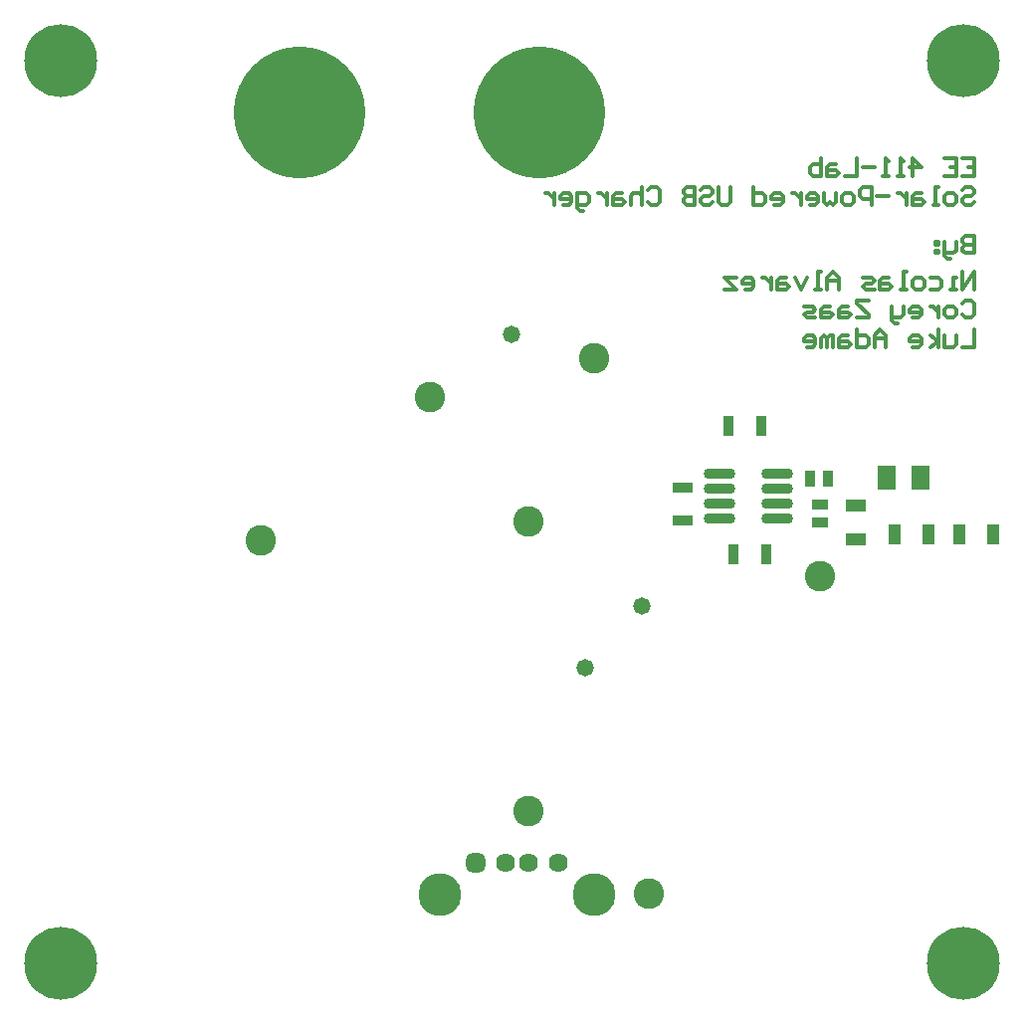
<source format=gbs>
G04*
G04 #@! TF.GenerationSoftware,Altium Limited,Altium Designer,24.1.2 (44)*
G04*
G04 Layer_Color=16711935*
%FSLAX44Y44*%
%MOMM*%
G71*
G04*
G04 #@! TF.SameCoordinates,927C013D-A056-43EA-BD9B-1951F5445D31*
G04*
G04*
G04 #@! TF.FilePolarity,Negative*
G04*
G01*
G75*
%ADD13C,0.3000*%
%ADD26R,1.8032X1.1032*%
%ADD31C,6.2032*%
%ADD32C,2.6032*%
%ADD33C,11.2032*%
%ADD34C,3.6532*%
G04:AMPARAMS|DCode=35|XSize=1.6232mm|YSize=1.6232mm|CornerRadius=0.4566mm|HoleSize=0mm|Usage=FLASHONLY|Rotation=0.000|XOffset=0mm|YOffset=0mm|HoleType=Round|Shape=RoundedRectangle|*
%AMROUNDEDRECTD35*
21,1,1.6232,0.7100,0,0,0.0*
21,1,0.7100,1.6232,0,0,0.0*
1,1,0.9132,0.3550,-0.3550*
1,1,0.9132,-0.3550,-0.3550*
1,1,0.9132,-0.3550,0.3550*
1,1,0.9132,0.3550,0.3550*
%
%ADD35ROUNDEDRECTD35*%
%ADD36C,1.6232*%
%ADD37C,1.4732*%
%ADD50R,1.7000X0.9500*%
%ADD53R,1.3500X0.9500*%
%ADD54R,0.9500X1.7000*%
%ADD55R,0.9500X1.3500*%
%ADD60R,1.1032X1.8032*%
%ADD61O,2.7032X0.9032*%
%ADD62R,1.5032X2.0032*%
D13*
X813003Y730495D02*
X823000D01*
Y715500D01*
X813003D01*
X823000Y722998D02*
X818002D01*
X798008Y730495D02*
X808005D01*
Y715500D01*
X798008D01*
X808005Y722998D02*
X803007D01*
X770517Y715500D02*
Y730495D01*
X778015Y722998D01*
X768018D01*
X763019Y715500D02*
X758021D01*
X760520D01*
Y730495D01*
X763019Y727996D01*
X750524Y715500D02*
X745525D01*
X748024D01*
Y730495D01*
X750524Y727996D01*
X738027Y722998D02*
X728031D01*
X723032Y730495D02*
Y715500D01*
X713036D01*
X705538Y725497D02*
X700540D01*
X698040Y722998D01*
Y715500D01*
X705538D01*
X708037Y717999D01*
X705538Y720498D01*
X698040D01*
X693042Y730495D02*
Y715500D01*
X685545D01*
X683045Y717999D01*
Y720498D01*
Y722998D01*
X685545Y725497D01*
X693042D01*
X813003Y703494D02*
X815502Y705993D01*
X820501D01*
X823000Y703494D01*
Y700995D01*
X820501Y698496D01*
X815502D01*
X813003Y695997D01*
Y693498D01*
X815502Y690998D01*
X820501D01*
X823000Y693498D01*
X805506Y690998D02*
X800507D01*
X798008Y693498D01*
Y698496D01*
X800507Y700995D01*
X805506D01*
X808005Y698496D01*
Y693498D01*
X805506Y690998D01*
X793010D02*
X788011D01*
X790510D01*
Y705993D01*
X793010D01*
X778015Y700995D02*
X773016D01*
X770517Y698496D01*
Y690998D01*
X778015D01*
X780514Y693498D01*
X778015Y695997D01*
X770517D01*
X765519Y700995D02*
Y690998D01*
Y695997D01*
X763019Y698496D01*
X760520Y700995D01*
X758021D01*
X750524Y698496D02*
X740527D01*
X735528Y690998D02*
Y705993D01*
X728031D01*
X725532Y703494D01*
Y698496D01*
X728031Y695997D01*
X735528D01*
X718034Y690998D02*
X713036D01*
X710536Y693498D01*
Y698496D01*
X713036Y700995D01*
X718034D01*
X720533Y698496D01*
Y693498D01*
X718034Y690998D01*
X705538Y700995D02*
Y693498D01*
X703039Y690998D01*
X700540Y693498D01*
X698040Y690998D01*
X695541Y693498D01*
Y700995D01*
X683045Y690998D02*
X688044D01*
X690543Y693498D01*
Y698496D01*
X688044Y700995D01*
X683045D01*
X680546Y698496D01*
Y695997D01*
X690543D01*
X675548Y700995D02*
Y690998D01*
Y695997D01*
X673049Y698496D01*
X670549Y700995D01*
X668050D01*
X653055Y690998D02*
X658053D01*
X660553Y693498D01*
Y698496D01*
X658053Y700995D01*
X653055D01*
X650556Y698496D01*
Y695997D01*
X660553D01*
X635561Y705993D02*
Y690998D01*
X643058D01*
X645557Y693498D01*
Y698496D01*
X643058Y700995D01*
X635561D01*
X615567Y705993D02*
Y693498D01*
X613068Y690998D01*
X608070D01*
X605570Y693498D01*
Y705993D01*
X590575Y703494D02*
X593074Y705993D01*
X598073D01*
X600572Y703494D01*
Y700995D01*
X598073Y698496D01*
X593074D01*
X590575Y695997D01*
Y693498D01*
X593074Y690998D01*
X598073D01*
X600572Y693498D01*
X585577Y705993D02*
Y690998D01*
X578079D01*
X575580Y693498D01*
Y695997D01*
X578079Y698496D01*
X585577D01*
X578079D01*
X575580Y700995D01*
Y703494D01*
X578079Y705993D01*
X585577D01*
X545590Y703494D02*
X548089Y705993D01*
X553087D01*
X555587Y703494D01*
Y693498D01*
X553087Y690998D01*
X548089D01*
X545590Y693498D01*
X540592Y705993D02*
Y690998D01*
Y698496D01*
X538092Y700995D01*
X533094D01*
X530595Y698496D01*
Y690998D01*
X523097Y700995D02*
X518099D01*
X515600Y698496D01*
Y690998D01*
X523097D01*
X525596Y693498D01*
X523097Y695997D01*
X515600D01*
X510601Y700995D02*
Y690998D01*
Y695997D01*
X508102Y698496D01*
X505603Y700995D01*
X503104D01*
X490608Y686000D02*
X488108D01*
X485609Y688499D01*
Y700995D01*
X493107D01*
X495606Y698496D01*
Y693498D01*
X493107Y690998D01*
X485609D01*
X473113D02*
X478112D01*
X480611Y693498D01*
Y698496D01*
X478112Y700995D01*
X473113D01*
X470614Y698496D01*
Y695997D01*
X480611D01*
X465616Y700995D02*
Y690998D01*
Y695997D01*
X463116Y698496D01*
X460617Y700995D01*
X458118D01*
X823000Y664994D02*
Y649998D01*
X815502D01*
X813003Y652498D01*
Y654997D01*
X815502Y657496D01*
X823000D01*
X815502D01*
X813003Y659995D01*
Y662494D01*
X815502Y664994D01*
X823000D01*
X808005Y659995D02*
Y652498D01*
X805506Y649998D01*
X798008D01*
Y647499D01*
X800507Y645000D01*
X803007D01*
X798008Y649998D02*
Y659995D01*
X793010D02*
X790510D01*
Y657496D01*
X793010D01*
Y659995D01*
Y652498D02*
X790510D01*
Y649998D01*
X793010D01*
Y652498D01*
X823000Y619000D02*
Y633995D01*
X813003Y619000D01*
Y633995D01*
X808005Y619000D02*
X803007D01*
X805506D01*
Y628997D01*
X808005D01*
X785512D02*
X793010D01*
X795509Y626498D01*
Y621499D01*
X793010Y619000D01*
X785512D01*
X778015D02*
X773016D01*
X770517Y621499D01*
Y626498D01*
X773016Y628997D01*
X778015D01*
X780514Y626498D01*
Y621499D01*
X778015Y619000D01*
X765519D02*
X760520D01*
X763019D01*
Y633995D01*
X765519D01*
X750524Y628997D02*
X745525D01*
X743026Y626498D01*
Y619000D01*
X750524D01*
X753023Y621499D01*
X750524Y623998D01*
X743026D01*
X738027Y619000D02*
X730530D01*
X728031Y621499D01*
X730530Y623998D01*
X735528D01*
X738027Y626498D01*
X735528Y628997D01*
X728031D01*
X708037Y619000D02*
Y628997D01*
X703039Y633995D01*
X698040Y628997D01*
Y619000D01*
Y626498D01*
X708037D01*
X693042Y619000D02*
X688044D01*
X690543D01*
Y633995D01*
X693042D01*
X680546Y628997D02*
X675548Y619000D01*
X670549Y628997D01*
X663052D02*
X658053D01*
X655554Y626498D01*
Y619000D01*
X663052D01*
X665551Y621499D01*
X663052Y623998D01*
X655554D01*
X650556Y628997D02*
Y619000D01*
Y623998D01*
X648057Y626498D01*
X645557Y628997D01*
X643058D01*
X628063Y619000D02*
X633061D01*
X635561Y621499D01*
Y626498D01*
X633061Y628997D01*
X628063D01*
X625564Y626498D01*
Y623998D01*
X635561D01*
X620565Y628997D02*
X610569D01*
X620565Y619000D01*
X610569D01*
X813003Y607494D02*
X815502Y609994D01*
X820501D01*
X823000Y607494D01*
Y597498D01*
X820501Y594998D01*
X815502D01*
X813003Y597498D01*
X805506Y594998D02*
X800507D01*
X798008Y597498D01*
Y602496D01*
X800507Y604995D01*
X805506D01*
X808005Y602496D01*
Y597498D01*
X805506Y594998D01*
X793010Y604995D02*
Y594998D01*
Y599997D01*
X790510Y602496D01*
X788011Y604995D01*
X785512D01*
X770517Y594998D02*
X775515D01*
X778015Y597498D01*
Y602496D01*
X775515Y604995D01*
X770517D01*
X768018Y602496D01*
Y599997D01*
X778015D01*
X763019Y604995D02*
Y597498D01*
X760520Y594998D01*
X753023D01*
Y592499D01*
X755522Y590000D01*
X758021D01*
X753023Y594998D02*
Y604995D01*
X733029Y609994D02*
X723032D01*
Y607494D01*
X733029Y597498D01*
Y594998D01*
X723032D01*
X715535Y604995D02*
X710536D01*
X708037Y602496D01*
Y594998D01*
X715535D01*
X718034Y597498D01*
X715535Y599997D01*
X708037D01*
X700540Y604995D02*
X695541D01*
X693042Y602496D01*
Y594998D01*
X700540D01*
X703039Y597498D01*
X700540Y599997D01*
X693042D01*
X688044Y594998D02*
X680546D01*
X678047Y597498D01*
X680546Y599997D01*
X685545D01*
X688044Y602496D01*
X685545Y604995D01*
X678047D01*
X823000Y584995D02*
Y570000D01*
X813003D01*
X808005Y579997D02*
Y572499D01*
X805506Y570000D01*
X798008D01*
Y579997D01*
X793010Y570000D02*
Y584995D01*
Y574998D02*
X785512Y579997D01*
X793010Y574998D02*
X785512Y570000D01*
X770517D02*
X775515D01*
X778015Y572499D01*
Y577498D01*
X775515Y579997D01*
X770517D01*
X768018Y577498D01*
Y574998D01*
X778015D01*
X748024Y570000D02*
Y579997D01*
X743026Y584995D01*
X738027Y579997D01*
Y570000D01*
Y577498D01*
X748024D01*
X723032Y584995D02*
Y570000D01*
X730530D01*
X733029Y572499D01*
Y577498D01*
X730530Y579997D01*
X723032D01*
X715535D02*
X710536D01*
X708037Y577498D01*
Y570000D01*
X715535D01*
X718034Y572499D01*
X715535Y574998D01*
X708037D01*
X703039Y570000D02*
Y579997D01*
X700540D01*
X698040Y577498D01*
Y570000D01*
Y577498D01*
X695541Y579997D01*
X693042Y577498D01*
Y570000D01*
X680546D02*
X685545D01*
X688044Y572499D01*
Y577498D01*
X685545Y579997D01*
X680546D01*
X678047Y577498D01*
Y574998D01*
X688044D01*
D26*
X722000Y435500D02*
D03*
Y406500D02*
D03*
D31*
X814000Y46000D02*
D03*
X46000D02*
D03*
X814000Y814000D02*
D03*
X46000D02*
D03*
D32*
X216000Y406000D02*
D03*
X546250Y105500D02*
D03*
X360250Y527250D02*
D03*
X443750Y422000D02*
D03*
X692000Y375000D02*
D03*
X499500Y561000D02*
D03*
X443500Y175250D02*
D03*
D33*
X249000Y770000D02*
D03*
X453000D02*
D03*
D34*
X368300Y103900D02*
D03*
X499700D02*
D03*
D35*
X399000Y131000D02*
D03*
D36*
X469000D02*
D03*
X424000D02*
D03*
X444000D02*
D03*
D37*
X540000Y350000D02*
D03*
X492000Y297000D02*
D03*
X429000Y581000D02*
D03*
D50*
X575000Y423000D02*
D03*
Y451000D02*
D03*
D53*
X692000Y421000D02*
D03*
Y436000D02*
D03*
D54*
X646000Y394000D02*
D03*
X618000D02*
D03*
X614000Y503000D02*
D03*
X642000D02*
D03*
D55*
X683500Y458000D02*
D03*
X698500D02*
D03*
D60*
X839500Y411000D02*
D03*
X810500D02*
D03*
X784500D02*
D03*
X755500D02*
D03*
D61*
X655500Y462050D02*
D03*
Y449350D02*
D03*
Y436650D02*
D03*
Y423950D02*
D03*
X606500Y462050D02*
D03*
Y449350D02*
D03*
Y436650D02*
D03*
Y423950D02*
D03*
D62*
X749000Y459000D02*
D03*
X777000D02*
D03*
M02*

</source>
